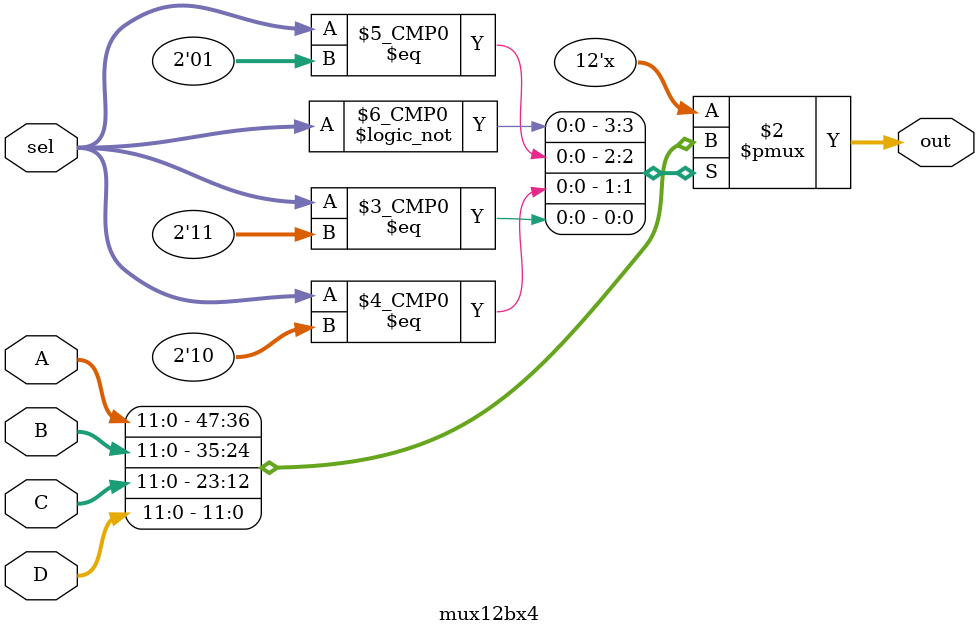
<source format=v>
module mux12bx4(A, B, C, D, sel, out);
	input[11:0] A, B, C, D;
	input[1:0] sel;

	output[11:0] out;
	reg[11:0] out;

	always@(A or B or C or D)
	case(sel)
		2'b00: out = A;
		2'b01: out = B;
		2'b10: out = C;
		2'b11: out = D;
	endcase
endmodule
</source>
